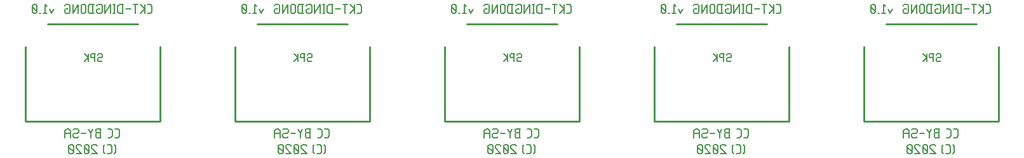
<source format=gbr>
G04 start of page 10 for group -4078 idx -4078 *
G04 Title: (unknown), bottomsilk *
G04 Creator: pcb 20140316 *
G04 CreationDate: Thu 20 Aug 2020 03:04:10 AM GMT UTC *
G04 For: railfan *
G04 Format: Gerber/RS-274X *
G04 PCB-Dimensions (mil): 5600.00 1200.00 *
G04 PCB-Coordinate-Origin: lower left *
%MOIN*%
%FSLAX25Y25*%
%LNBOTTOMSILK*%
%ADD57C,0.0100*%
%ADD56C,0.0060*%
G54D56*X198660Y101307D02*X200181D01*
X201000Y102126D02*X200181Y101307D01*
X201000Y102126D02*Y105168D01*
X200181Y105987D01*
X198660D02*X200181D01*
X197256Y101307D02*Y105987D01*
Y103647D02*X194916Y105987D01*
X197256Y103647D02*X194916Y101307D01*
X191172Y105987D02*X193512D01*
X192342Y101307D02*Y105987D01*
X187428Y103647D02*X189768D01*
X185439Y101307D02*Y105987D01*
X183918D02*X183099Y105168D01*
Y102126D02*Y105168D01*
X183918Y101307D02*X183099Y102126D01*
X183918Y101307D02*X186024D01*
X183918Y105987D02*X186024D01*
X180525D02*X181695D01*
X181110Y101307D02*Y105987D01*
X180525Y101307D02*X181695D01*
X179121D02*Y105987D01*
X176196Y101307D01*
Y105987D01*
X172452D02*X171867Y105402D01*
X172452Y105987D02*X174207D01*
X174792Y105402D02*X174207Y105987D01*
X174792Y101892D02*Y105402D01*
Y101892D02*X174207Y101307D01*
X172452D02*X174207D01*
X172452D02*X171867Y101892D01*
Y103062D01*
X172452Y103647D02*X171867Y103062D01*
X172452Y103647D02*X173622D01*
X169878Y101307D02*Y105987D01*
X168357D02*X167538Y105168D01*
Y102126D02*Y105168D01*
X168357Y101307D02*X167538Y102126D01*
X168357Y101307D02*X170463D01*
X168357Y105987D02*X170463D01*
X166134Y101892D02*Y105402D01*
X165549Y105987D01*
X164379D02*X165549D01*
X164379D02*X163794Y105402D01*
Y101892D02*Y105402D01*
X164379Y101307D02*X163794Y101892D01*
X164379Y101307D02*X165549D01*
X166134Y101892D02*X165549Y101307D01*
X162390D02*Y105987D01*
X159465Y101307D01*
Y105987D01*
X155721D02*X155136Y105402D01*
X155721Y105987D02*X157476D01*
X158061Y105402D02*X157476Y105987D01*
X158061Y101892D02*Y105402D01*
Y101892D02*X157476Y101307D01*
X155721D02*X157476D01*
X155721D02*X155136Y101892D01*
Y103062D01*
X155721Y103647D02*X155136Y103062D01*
X155721Y103647D02*X156891D01*
X149520D02*X148350Y101307D01*
X147180Y103647D02*X148350Y101307D01*
X145776Y105051D02*X144840Y105987D01*
Y101307D02*Y105987D01*
X144021Y101307D02*X145776D01*
X142032D02*X142617D01*
X140628Y101892D02*X140043Y101307D01*
X140628Y101892D02*Y105402D01*
X140043Y105987D01*
X138873D02*X140043D01*
X138873D02*X138288Y105402D01*
Y101892D02*Y105402D01*
X138873Y101307D02*X138288Y101892D01*
X138873Y101307D02*X140043D01*
X140628Y102477D02*X138288Y104817D01*
X181617Y35807D02*X183138D01*
X183957Y36626D02*X183138Y35807D01*
X183957Y36626D02*Y39668D01*
X183138Y40487D01*
X181617D02*X183138D01*
X177873Y35807D02*X179394D01*
X180213Y36626D02*X179394Y35807D01*
X180213Y36626D02*Y39668D01*
X179394Y40487D01*
X177873D02*X179394D01*
X172023Y35807D02*X174363D01*
X172023D02*X171438Y36392D01*
Y37796D01*
X172023Y38381D02*X171438Y37796D01*
X172023Y38381D02*X173778D01*
Y35807D02*Y40487D01*
X172023D02*X174363D01*
X172023D02*X171438Y39902D01*
Y38966D02*Y39902D01*
X172023Y38381D02*X171438Y38966D01*
X170034Y40487D02*X168864Y38147D01*
X167694Y40487D01*
X168864Y35807D02*Y38147D01*
X163950D02*X166290D01*
X160206Y40487D02*X159621Y39902D01*
X160206Y40487D02*X161961D01*
X162546Y39902D02*X161961Y40487D01*
X162546Y38732D02*Y39902D01*
Y38732D02*X161961Y38147D01*
X160206D02*X161961D01*
X160206D02*X159621Y37562D01*
Y36392D02*Y37562D01*
X160206Y35807D02*X159621Y36392D01*
X160206Y35807D02*X161961D01*
X162546Y36392D02*X161961Y35807D01*
X158217D02*Y39317D01*
X157398Y40487D01*
X156111D02*X157398D01*
X156111D02*X155292Y39317D01*
Y35807D02*Y39317D01*
Y38147D02*X158217D01*
X182000Y27892D02*X181415Y27307D01*
X182000Y31402D02*X181415Y31987D01*
X182000Y27892D02*Y31402D01*
X177671Y27307D02*X179192D01*
X180011Y28126D02*X179192Y27307D01*
X180011Y28126D02*Y31168D01*
X179192Y31987D01*
X177671D02*X179192D01*
X176267D02*X175682Y31402D01*
Y27892D02*Y31402D01*
X176267Y27307D02*X175682Y27892D01*
X172172Y31402D02*X171587Y31987D01*
X169832D02*X171587D01*
X169832D02*X169247Y31402D01*
Y30232D02*Y31402D01*
X172172Y27307D02*X169247Y30232D01*
Y27307D02*X172172D01*
X167843Y27892D02*X167258Y27307D01*
X167843Y27892D02*Y31402D01*
X167258Y31987D01*
X166088D02*X167258D01*
X166088D02*X165503Y31402D01*
Y27892D02*Y31402D01*
X166088Y27307D02*X165503Y27892D01*
X166088Y27307D02*X167258D01*
X167843Y28477D02*X165503Y30817D01*
X164099Y31402D02*X163514Y31987D01*
X161759D02*X163514D01*
X161759D02*X161174Y31402D01*
Y30232D02*Y31402D01*
X164099Y27307D02*X161174Y30232D01*
Y27307D02*X164099D01*
X159770Y27892D02*X159185Y27307D01*
X159770Y27892D02*Y31402D01*
X159185Y31987D01*
X158015D02*X159185D01*
X158015D02*X157430Y31402D01*
Y27892D02*Y31402D01*
X158015Y27307D02*X157430Y27892D01*
X158015Y27307D02*X159185D01*
X159770Y28477D02*X157430Y30817D01*
X308660Y101307D02*X310181D01*
X311000Y102126D02*X310181Y101307D01*
X311000Y102126D02*Y105168D01*
X310181Y105987D01*
X308660D02*X310181D01*
X307256Y101307D02*Y105987D01*
Y103647D02*X304916Y105987D01*
X307256Y103647D02*X304916Y101307D01*
X301172Y105987D02*X303512D01*
X302342Y101307D02*Y105987D01*
X297428Y103647D02*X299768D01*
X295439Y101307D02*Y105987D01*
X293918D02*X293099Y105168D01*
Y102126D02*Y105168D01*
X293918Y101307D02*X293099Y102126D01*
X293918Y101307D02*X296024D01*
X293918Y105987D02*X296024D01*
X290525D02*X291695D01*
X291110Y101307D02*Y105987D01*
X290525Y101307D02*X291695D01*
X289121D02*Y105987D01*
X286196Y101307D01*
Y105987D01*
X282452D02*X281867Y105402D01*
X282452Y105987D02*X284207D01*
X284792Y105402D02*X284207Y105987D01*
X284792Y101892D02*Y105402D01*
Y101892D02*X284207Y101307D01*
X282452D02*X284207D01*
X282452D02*X281867Y101892D01*
Y103062D01*
X282452Y103647D02*X281867Y103062D01*
X282452Y103647D02*X283622D01*
X279878Y101307D02*Y105987D01*
X278357D02*X277538Y105168D01*
Y102126D02*Y105168D01*
X278357Y101307D02*X277538Y102126D01*
X278357Y101307D02*X280463D01*
X278357Y105987D02*X280463D01*
X276134Y101892D02*Y105402D01*
X275549Y105987D01*
X274379D02*X275549D01*
X274379D02*X273794Y105402D01*
Y101892D02*Y105402D01*
X274379Y101307D02*X273794Y101892D01*
X274379Y101307D02*X275549D01*
X276134Y101892D02*X275549Y101307D01*
X272390D02*Y105987D01*
X269465Y101307D01*
Y105987D01*
X265721D02*X265136Y105402D01*
X265721Y105987D02*X267476D01*
X268061Y105402D02*X267476Y105987D01*
X268061Y101892D02*Y105402D01*
Y101892D02*X267476Y101307D01*
X265721D02*X267476D01*
X265721D02*X265136Y101892D01*
Y103062D01*
X265721Y103647D02*X265136Y103062D01*
X265721Y103647D02*X266891D01*
X259520D02*X258350Y101307D01*
X257180Y103647D02*X258350Y101307D01*
X255776Y105051D02*X254840Y105987D01*
Y101307D02*Y105987D01*
X254021Y101307D02*X255776D01*
X252032D02*X252617D01*
X250628Y101892D02*X250043Y101307D01*
X250628Y101892D02*Y105402D01*
X250043Y105987D01*
X248873D02*X250043D01*
X248873D02*X248288Y105402D01*
Y101892D02*Y105402D01*
X248873Y101307D02*X248288Y101892D01*
X248873Y101307D02*X250043D01*
X250628Y102477D02*X248288Y104817D01*
X291617Y35807D02*X293138D01*
X293957Y36626D02*X293138Y35807D01*
X293957Y36626D02*Y39668D01*
X293138Y40487D01*
X291617D02*X293138D01*
X287873Y35807D02*X289394D01*
X290213Y36626D02*X289394Y35807D01*
X290213Y36626D02*Y39668D01*
X289394Y40487D01*
X287873D02*X289394D01*
X282023Y35807D02*X284363D01*
X282023D02*X281438Y36392D01*
Y37796D01*
X282023Y38381D02*X281438Y37796D01*
X282023Y38381D02*X283778D01*
Y35807D02*Y40487D01*
X282023D02*X284363D01*
X282023D02*X281438Y39902D01*
Y38966D02*Y39902D01*
X282023Y38381D02*X281438Y38966D01*
X280034Y40487D02*X278864Y38147D01*
X277694Y40487D01*
X278864Y35807D02*Y38147D01*
X273950D02*X276290D01*
X270206Y40487D02*X269621Y39902D01*
X270206Y40487D02*X271961D01*
X272546Y39902D02*X271961Y40487D01*
X272546Y38732D02*Y39902D01*
Y38732D02*X271961Y38147D01*
X270206D02*X271961D01*
X270206D02*X269621Y37562D01*
Y36392D02*Y37562D01*
X270206Y35807D02*X269621Y36392D01*
X270206Y35807D02*X271961D01*
X272546Y36392D02*X271961Y35807D01*
X268217D02*Y39317D01*
X267398Y40487D01*
X266111D02*X267398D01*
X266111D02*X265292Y39317D01*
Y35807D02*Y39317D01*
Y38147D02*X268217D01*
X292000Y27892D02*X291415Y27307D01*
X292000Y31402D02*X291415Y31987D01*
X292000Y27892D02*Y31402D01*
X287671Y27307D02*X289192D01*
X290011Y28126D02*X289192Y27307D01*
X290011Y28126D02*Y31168D01*
X289192Y31987D01*
X287671D02*X289192D01*
X286267D02*X285682Y31402D01*
Y27892D02*Y31402D01*
X286267Y27307D02*X285682Y27892D01*
X282172Y31402D02*X281587Y31987D01*
X279832D02*X281587D01*
X279832D02*X279247Y31402D01*
Y30232D02*Y31402D01*
X282172Y27307D02*X279247Y30232D01*
Y27307D02*X282172D01*
X277843Y27892D02*X277258Y27307D01*
X277843Y27892D02*Y31402D01*
X277258Y31987D01*
X276088D02*X277258D01*
X276088D02*X275503Y31402D01*
Y27892D02*Y31402D01*
X276088Y27307D02*X275503Y27892D01*
X276088Y27307D02*X277258D01*
X277843Y28477D02*X275503Y30817D01*
X274099Y31402D02*X273514Y31987D01*
X271759D02*X273514D01*
X271759D02*X271174Y31402D01*
Y30232D02*Y31402D01*
X274099Y27307D02*X271174Y30232D01*
Y27307D02*X274099D01*
X269770Y27892D02*X269185Y27307D01*
X269770Y27892D02*Y31402D01*
X269185Y31987D01*
X268015D02*X269185D01*
X268015D02*X267430Y31402D01*
Y27892D02*Y31402D01*
X268015Y27307D02*X267430Y27892D01*
X268015Y27307D02*X269185D01*
X269770Y28477D02*X267430Y30817D01*
X88660Y101307D02*X90181D01*
X91000Y102126D02*X90181Y101307D01*
X91000Y102126D02*Y105168D01*
X90181Y105987D01*
X88660D02*X90181D01*
X87256Y101307D02*Y105987D01*
Y103647D02*X84916Y105987D01*
X87256Y103647D02*X84916Y101307D01*
X81172Y105987D02*X83512D01*
X82342Y101307D02*Y105987D01*
X77428Y103647D02*X79768D01*
X75439Y101307D02*Y105987D01*
X73918D02*X73099Y105168D01*
Y102126D02*Y105168D01*
X73918Y101307D02*X73099Y102126D01*
X73918Y101307D02*X76024D01*
X73918Y105987D02*X76024D01*
X70525D02*X71695D01*
X71110Y101307D02*Y105987D01*
X70525Y101307D02*X71695D01*
X69121D02*Y105987D01*
X66196Y101307D01*
Y105987D01*
X62452D02*X61867Y105402D01*
X62452Y105987D02*X64207D01*
X64792Y105402D02*X64207Y105987D01*
X64792Y101892D02*Y105402D01*
Y101892D02*X64207Y101307D01*
X62452D02*X64207D01*
X62452D02*X61867Y101892D01*
Y103062D01*
X62452Y103647D02*X61867Y103062D01*
X62452Y103647D02*X63622D01*
X59878Y101307D02*Y105987D01*
X58357D02*X57538Y105168D01*
Y102126D02*Y105168D01*
X58357Y101307D02*X57538Y102126D01*
X58357Y101307D02*X60463D01*
X58357Y105987D02*X60463D01*
X56134Y101892D02*Y105402D01*
X55549Y105987D01*
X54379D02*X55549D01*
X54379D02*X53794Y105402D01*
Y101892D02*Y105402D01*
X54379Y101307D02*X53794Y101892D01*
X54379Y101307D02*X55549D01*
X56134Y101892D02*X55549Y101307D01*
X52390D02*Y105987D01*
X49465Y101307D01*
Y105987D01*
X45721D02*X45136Y105402D01*
X45721Y105987D02*X47476D01*
X48061Y105402D02*X47476Y105987D01*
X48061Y101892D02*Y105402D01*
Y101892D02*X47476Y101307D01*
X45721D02*X47476D01*
X45721D02*X45136Y101892D01*
Y103062D01*
X45721Y103647D02*X45136Y103062D01*
X45721Y103647D02*X46891D01*
X39520D02*X38350Y101307D01*
X37180Y103647D02*X38350Y101307D01*
X35776Y105051D02*X34840Y105987D01*
Y101307D02*Y105987D01*
X34021Y101307D02*X35776D01*
X32032D02*X32617D01*
X30628Y101892D02*X30043Y101307D01*
X30628Y101892D02*Y105402D01*
X30043Y105987D01*
X28873D02*X30043D01*
X28873D02*X28288Y105402D01*
Y101892D02*Y105402D01*
X28873Y101307D02*X28288Y101892D01*
X28873Y101307D02*X30043D01*
X30628Y102477D02*X28288Y104817D01*
X71617Y35807D02*X73138D01*
X73957Y36626D02*X73138Y35807D01*
X73957Y36626D02*Y39668D01*
X73138Y40487D01*
X71617D02*X73138D01*
X67873Y35807D02*X69394D01*
X70213Y36626D02*X69394Y35807D01*
X70213Y36626D02*Y39668D01*
X69394Y40487D01*
X67873D02*X69394D01*
X62023Y35807D02*X64363D01*
X62023D02*X61438Y36392D01*
Y37796D01*
X62023Y38381D02*X61438Y37796D01*
X62023Y38381D02*X63778D01*
Y35807D02*Y40487D01*
X62023D02*X64363D01*
X62023D02*X61438Y39902D01*
Y38966D02*Y39902D01*
X62023Y38381D02*X61438Y38966D01*
X60034Y40487D02*X58864Y38147D01*
X57694Y40487D01*
X58864Y35807D02*Y38147D01*
X53950D02*X56290D01*
X50206Y40487D02*X49621Y39902D01*
X50206Y40487D02*X51961D01*
X52546Y39902D02*X51961Y40487D01*
X52546Y38732D02*Y39902D01*
Y38732D02*X51961Y38147D01*
X50206D02*X51961D01*
X50206D02*X49621Y37562D01*
Y36392D02*Y37562D01*
X50206Y35807D02*X49621Y36392D01*
X50206Y35807D02*X51961D01*
X52546Y36392D02*X51961Y35807D01*
X48217D02*Y39317D01*
X47398Y40487D01*
X46111D02*X47398D01*
X46111D02*X45292Y39317D01*
Y35807D02*Y39317D01*
Y38147D02*X48217D01*
X72000Y27892D02*X71415Y27307D01*
X72000Y31402D02*X71415Y31987D01*
X72000Y27892D02*Y31402D01*
X67671Y27307D02*X69192D01*
X70011Y28126D02*X69192Y27307D01*
X70011Y28126D02*Y31168D01*
X69192Y31987D01*
X67671D02*X69192D01*
X66267D02*X65682Y31402D01*
Y27892D02*Y31402D01*
X66267Y27307D02*X65682Y27892D01*
X62172Y31402D02*X61587Y31987D01*
X59832D02*X61587D01*
X59832D02*X59247Y31402D01*
Y30232D02*Y31402D01*
X62172Y27307D02*X59247Y30232D01*
Y27307D02*X62172D01*
X57843Y27892D02*X57258Y27307D01*
X57843Y27892D02*Y31402D01*
X57258Y31987D01*
X56088D02*X57258D01*
X56088D02*X55503Y31402D01*
Y27892D02*Y31402D01*
X56088Y27307D02*X55503Y27892D01*
X56088Y27307D02*X57258D01*
X57843Y28477D02*X55503Y30817D01*
X54099Y31402D02*X53514Y31987D01*
X51759D02*X53514D01*
X51759D02*X51174Y31402D01*
Y30232D02*Y31402D01*
X54099Y27307D02*X51174Y30232D01*
Y27307D02*X54099D01*
X49770Y27892D02*X49185Y27307D01*
X49770Y27892D02*Y31402D01*
X49185Y31987D01*
X48015D02*X49185D01*
X48015D02*X47430Y31402D01*
Y27892D02*Y31402D01*
X48015Y27307D02*X47430Y27892D01*
X48015Y27307D02*X49185D01*
X49770Y28477D02*X47430Y30817D01*
X418660Y101307D02*X420181D01*
X421000Y102126D02*X420181Y101307D01*
X421000Y102126D02*Y105168D01*
X420181Y105987D01*
X418660D02*X420181D01*
X417256Y101307D02*Y105987D01*
Y103647D02*X414916Y105987D01*
X417256Y103647D02*X414916Y101307D01*
X411172Y105987D02*X413512D01*
X412342Y101307D02*Y105987D01*
X407428Y103647D02*X409768D01*
X405439Y101307D02*Y105987D01*
X403918D02*X403099Y105168D01*
Y102126D02*Y105168D01*
X403918Y101307D02*X403099Y102126D01*
X403918Y101307D02*X406024D01*
X403918Y105987D02*X406024D01*
X400525D02*X401695D01*
X401110Y101307D02*Y105987D01*
X400525Y101307D02*X401695D01*
X399121D02*Y105987D01*
X396196Y101307D01*
Y105987D01*
X392452D02*X391867Y105402D01*
X392452Y105987D02*X394207D01*
X394792Y105402D02*X394207Y105987D01*
X394792Y101892D02*Y105402D01*
Y101892D02*X394207Y101307D01*
X392452D02*X394207D01*
X392452D02*X391867Y101892D01*
Y103062D01*
X392452Y103647D02*X391867Y103062D01*
X392452Y103647D02*X393622D01*
X389878Y101307D02*Y105987D01*
X388357D02*X387538Y105168D01*
Y102126D02*Y105168D01*
X388357Y101307D02*X387538Y102126D01*
X388357Y101307D02*X390463D01*
X388357Y105987D02*X390463D01*
X386134Y101892D02*Y105402D01*
X385549Y105987D01*
X384379D02*X385549D01*
X384379D02*X383794Y105402D01*
Y101892D02*Y105402D01*
X384379Y101307D02*X383794Y101892D01*
X384379Y101307D02*X385549D01*
X386134Y101892D02*X385549Y101307D01*
X382390D02*Y105987D01*
X379465Y101307D01*
Y105987D01*
X375721D02*X375136Y105402D01*
X375721Y105987D02*X377476D01*
X378061Y105402D02*X377476Y105987D01*
X378061Y101892D02*Y105402D01*
Y101892D02*X377476Y101307D01*
X375721D02*X377476D01*
X375721D02*X375136Y101892D01*
Y103062D01*
X375721Y103647D02*X375136Y103062D01*
X375721Y103647D02*X376891D01*
X369520D02*X368350Y101307D01*
X367180Y103647D02*X368350Y101307D01*
X365776Y105051D02*X364840Y105987D01*
Y101307D02*Y105987D01*
X364021Y101307D02*X365776D01*
X362032D02*X362617D01*
X360628Y101892D02*X360043Y101307D01*
X360628Y101892D02*Y105402D01*
X360043Y105987D01*
X358873D02*X360043D01*
X358873D02*X358288Y105402D01*
Y101892D02*Y105402D01*
X358873Y101307D02*X358288Y101892D01*
X358873Y101307D02*X360043D01*
X360628Y102477D02*X358288Y104817D01*
X401617Y35807D02*X403138D01*
X403957Y36626D02*X403138Y35807D01*
X403957Y36626D02*Y39668D01*
X403138Y40487D01*
X401617D02*X403138D01*
X397873Y35807D02*X399394D01*
X400213Y36626D02*X399394Y35807D01*
X400213Y36626D02*Y39668D01*
X399394Y40487D01*
X397873D02*X399394D01*
X392023Y35807D02*X394363D01*
X392023D02*X391438Y36392D01*
Y37796D01*
X392023Y38381D02*X391438Y37796D01*
X392023Y38381D02*X393778D01*
Y35807D02*Y40487D01*
X392023D02*X394363D01*
X392023D02*X391438Y39902D01*
Y38966D02*Y39902D01*
X392023Y38381D02*X391438Y38966D01*
X390034Y40487D02*X388864Y38147D01*
X387694Y40487D01*
X388864Y35807D02*Y38147D01*
X383950D02*X386290D01*
X380206Y40487D02*X379621Y39902D01*
X380206Y40487D02*X381961D01*
X382546Y39902D02*X381961Y40487D01*
X382546Y38732D02*Y39902D01*
Y38732D02*X381961Y38147D01*
X380206D02*X381961D01*
X380206D02*X379621Y37562D01*
Y36392D02*Y37562D01*
X380206Y35807D02*X379621Y36392D01*
X380206Y35807D02*X381961D01*
X382546Y36392D02*X381961Y35807D01*
X378217D02*Y39317D01*
X377398Y40487D01*
X376111D02*X377398D01*
X376111D02*X375292Y39317D01*
Y35807D02*Y39317D01*
Y38147D02*X378217D01*
X511617Y35807D02*X513138D01*
X513957Y36626D02*X513138Y35807D01*
X513957Y36626D02*Y39668D01*
X513138Y40487D01*
X511617D02*X513138D01*
X507873Y35807D02*X509394D01*
X510213Y36626D02*X509394Y35807D01*
X510213Y36626D02*Y39668D01*
X509394Y40487D01*
X507873D02*X509394D01*
X502023Y35807D02*X504363D01*
X502023D02*X501438Y36392D01*
Y37796D01*
X502023Y38381D02*X501438Y37796D01*
X502023Y38381D02*X503778D01*
Y35807D02*Y40487D01*
X502023D02*X504363D01*
X502023D02*X501438Y39902D01*
Y38966D02*Y39902D01*
X502023Y38381D02*X501438Y38966D01*
X500034Y40487D02*X498864Y38147D01*
X497694Y40487D01*
X498864Y35807D02*Y38147D01*
X493950D02*X496290D01*
X490206Y40487D02*X489621Y39902D01*
X490206Y40487D02*X491961D01*
X492546Y39902D02*X491961Y40487D01*
X492546Y38732D02*Y39902D01*
Y38732D02*X491961Y38147D01*
X490206D02*X491961D01*
X490206D02*X489621Y37562D01*
Y36392D02*Y37562D01*
X490206Y35807D02*X489621Y36392D01*
X490206Y35807D02*X491961D01*
X492546Y36392D02*X491961Y35807D01*
X488217D02*Y39317D01*
X487398Y40487D01*
X486111D02*X487398D01*
X486111D02*X485292Y39317D01*
Y35807D02*Y39317D01*
Y38147D02*X488217D01*
X402000Y27892D02*X401415Y27307D01*
X402000Y31402D02*X401415Y31987D01*
X402000Y27892D02*Y31402D01*
X397671Y27307D02*X399192D01*
X400011Y28126D02*X399192Y27307D01*
X400011Y28126D02*Y31168D01*
X399192Y31987D01*
X397671D02*X399192D01*
X396267D02*X395682Y31402D01*
Y27892D02*Y31402D01*
X396267Y27307D02*X395682Y27892D01*
X392172Y31402D02*X391587Y31987D01*
X389832D02*X391587D01*
X389832D02*X389247Y31402D01*
Y30232D02*Y31402D01*
X392172Y27307D02*X389247Y30232D01*
Y27307D02*X392172D01*
X387843Y27892D02*X387258Y27307D01*
X387843Y27892D02*Y31402D01*
X387258Y31987D01*
X386088D02*X387258D01*
X386088D02*X385503Y31402D01*
Y27892D02*Y31402D01*
X386088Y27307D02*X385503Y27892D01*
X386088Y27307D02*X387258D01*
X387843Y28477D02*X385503Y30817D01*
X384099Y31402D02*X383514Y31987D01*
X381759D02*X383514D01*
X381759D02*X381174Y31402D01*
Y30232D02*Y31402D01*
X384099Y27307D02*X381174Y30232D01*
Y27307D02*X384099D01*
X379770Y27892D02*X379185Y27307D01*
X379770Y27892D02*Y31402D01*
X379185Y31987D01*
X378015D02*X379185D01*
X378015D02*X377430Y31402D01*
Y27892D02*Y31402D01*
X378015Y27307D02*X377430Y27892D01*
X378015Y27307D02*X379185D01*
X379770Y28477D02*X377430Y30817D01*
X512000Y27892D02*X511415Y27307D01*
X512000Y31402D02*X511415Y31987D01*
X512000Y27892D02*Y31402D01*
X507671Y27307D02*X509192D01*
X510011Y28126D02*X509192Y27307D01*
X510011Y28126D02*Y31168D01*
X509192Y31987D01*
X507671D02*X509192D01*
X506267D02*X505682Y31402D01*
Y27892D02*Y31402D01*
X506267Y27307D02*X505682Y27892D01*
X502172Y31402D02*X501587Y31987D01*
X499832D02*X501587D01*
X499832D02*X499247Y31402D01*
Y30232D02*Y31402D01*
X502172Y27307D02*X499247Y30232D01*
Y27307D02*X502172D01*
X497843Y27892D02*X497258Y27307D01*
X497843Y27892D02*Y31402D01*
X497258Y31987D01*
X496088D02*X497258D01*
X496088D02*X495503Y31402D01*
Y27892D02*Y31402D01*
X496088Y27307D02*X495503Y27892D01*
X496088Y27307D02*X497258D01*
X497843Y28477D02*X495503Y30817D01*
X494099Y31402D02*X493514Y31987D01*
X491759D02*X493514D01*
X491759D02*X491174Y31402D01*
Y30232D02*Y31402D01*
X494099Y27307D02*X491174Y30232D01*
Y27307D02*X494099D01*
X489770Y27892D02*X489185Y27307D01*
X489770Y27892D02*Y31402D01*
X489185Y31987D01*
X488015D02*X489185D01*
X488015D02*X487430Y31402D01*
Y27892D02*Y31402D01*
X488015Y27307D02*X487430Y27892D01*
X488015Y27307D02*X489185D01*
X489770Y28477D02*X487430Y30817D01*
X528660Y101307D02*X530181D01*
X531000Y102126D02*X530181Y101307D01*
X531000Y102126D02*Y105168D01*
X530181Y105987D01*
X528660D02*X530181D01*
X527256Y101307D02*Y105987D01*
Y103647D02*X524916Y105987D01*
X527256Y103647D02*X524916Y101307D01*
X521172Y105987D02*X523512D01*
X522342Y101307D02*Y105987D01*
X517428Y103647D02*X519768D01*
X515439Y101307D02*Y105987D01*
X513918D02*X513099Y105168D01*
Y102126D02*Y105168D01*
X513918Y101307D02*X513099Y102126D01*
X513918Y101307D02*X516024D01*
X513918Y105987D02*X516024D01*
X510525D02*X511695D01*
X511110Y101307D02*Y105987D01*
X510525Y101307D02*X511695D01*
X509121D02*Y105987D01*
X506196Y101307D01*
Y105987D01*
X502452D02*X501867Y105402D01*
X502452Y105987D02*X504207D01*
X504792Y105402D02*X504207Y105987D01*
X504792Y101892D02*Y105402D01*
Y101892D02*X504207Y101307D01*
X502452D02*X504207D01*
X502452D02*X501867Y101892D01*
Y103062D01*
X502452Y103647D02*X501867Y103062D01*
X502452Y103647D02*X503622D01*
X499878Y101307D02*Y105987D01*
X498357D02*X497538Y105168D01*
Y102126D02*Y105168D01*
X498357Y101307D02*X497538Y102126D01*
X498357Y101307D02*X500463D01*
X498357Y105987D02*X500463D01*
X496134Y101892D02*Y105402D01*
X495549Y105987D01*
X494379D02*X495549D01*
X494379D02*X493794Y105402D01*
Y101892D02*Y105402D01*
X494379Y101307D02*X493794Y101892D01*
X494379Y101307D02*X495549D01*
X496134Y101892D02*X495549Y101307D01*
X492390D02*Y105987D01*
X489465Y101307D01*
Y105987D01*
X485721D02*X485136Y105402D01*
X485721Y105987D02*X487476D01*
X488061Y105402D02*X487476Y105987D01*
X488061Y101892D02*Y105402D01*
Y101892D02*X487476Y101307D01*
X485721D02*X487476D01*
X485721D02*X485136Y101892D01*
Y103062D01*
X485721Y103647D02*X485136Y103062D01*
X485721Y103647D02*X486891D01*
X479520D02*X478350Y101307D01*
X477180Y103647D02*X478350Y101307D01*
X475776Y105051D02*X474840Y105987D01*
Y101307D02*Y105987D01*
X474021Y101307D02*X475776D01*
X472032D02*X472617D01*
X470628Y101892D02*X470043Y101307D01*
X470628Y101892D02*Y105402D01*
X470043Y105987D01*
X468873D02*X470043D01*
X468873D02*X468288Y105402D01*
Y101892D02*Y105402D01*
X468873Y101307D02*X468288Y101892D01*
X468873Y101307D02*X470043D01*
X470628Y102477D02*X468288Y104817D01*
G54D57*X256378Y95591D02*X303622D01*
X244567Y83780D02*Y44409D01*
X315433D01*
Y83780D02*Y44409D01*
X366378Y95591D02*X413622D01*
X354567Y83780D02*Y44409D01*
X425433D01*
Y83780D02*Y44409D01*
X476378Y95591D02*X523622D01*
X464567Y83780D02*Y44409D01*
X535433D01*
Y83780D02*Y44409D01*
X36378Y95591D02*X83622D01*
X24567Y83780D02*Y44409D01*
X95433D01*
Y83780D02*Y44409D01*
X146378Y95591D02*X193622D01*
X134567Y83780D02*Y44409D01*
X205433D01*
Y83780D02*Y44409D01*
G54D56*X283000Y80000D02*X282500Y79500D01*
X283000Y80000D02*X284500D01*
X285000Y79500D02*X284500Y80000D01*
X285000Y78500D02*Y79500D01*
Y78500D02*X284500Y78000D01*
X283000D02*X284500D01*
X283000D02*X282500Y77500D01*
Y76500D02*Y77500D01*
X283000Y76000D02*X282500Y76500D01*
X283000Y76000D02*X284500D01*
X285000Y76500D02*X284500Y76000D01*
X280800D02*Y80000D01*
X279300D02*X281300D01*
X279300D02*X278800Y79500D01*
Y78500D02*Y79500D01*
X279300Y78000D02*X278800Y78500D01*
X279300Y78000D02*X280800D01*
X277600Y76000D02*Y80000D01*
Y78000D02*X275600Y80000D01*
X277600Y78000D02*X275600Y76000D01*
X393000Y80000D02*X392500Y79500D01*
X393000Y80000D02*X394500D01*
X395000Y79500D02*X394500Y80000D01*
X395000Y78500D02*Y79500D01*
Y78500D02*X394500Y78000D01*
X393000D02*X394500D01*
X393000D02*X392500Y77500D01*
Y76500D02*Y77500D01*
X393000Y76000D02*X392500Y76500D01*
X393000Y76000D02*X394500D01*
X395000Y76500D02*X394500Y76000D01*
X390800D02*Y80000D01*
X389300D02*X391300D01*
X389300D02*X388800Y79500D01*
Y78500D02*Y79500D01*
X389300Y78000D02*X388800Y78500D01*
X389300Y78000D02*X390800D01*
X387600Y76000D02*Y80000D01*
Y78000D02*X385600Y80000D01*
X387600Y78000D02*X385600Y76000D01*
X503000Y80000D02*X502500Y79500D01*
X503000Y80000D02*X504500D01*
X505000Y79500D02*X504500Y80000D01*
X505000Y78500D02*Y79500D01*
Y78500D02*X504500Y78000D01*
X503000D02*X504500D01*
X503000D02*X502500Y77500D01*
Y76500D02*Y77500D01*
X503000Y76000D02*X502500Y76500D01*
X503000Y76000D02*X504500D01*
X505000Y76500D02*X504500Y76000D01*
X500800D02*Y80000D01*
X499300D02*X501300D01*
X499300D02*X498800Y79500D01*
Y78500D02*Y79500D01*
X499300Y78000D02*X498800Y78500D01*
X499300Y78000D02*X500800D01*
X497600Y76000D02*Y80000D01*
Y78000D02*X495600Y80000D01*
X497600Y78000D02*X495600Y76000D01*
X63000Y80000D02*X62500Y79500D01*
X63000Y80000D02*X64500D01*
X65000Y79500D02*X64500Y80000D01*
X65000Y78500D02*Y79500D01*
Y78500D02*X64500Y78000D01*
X63000D02*X64500D01*
X63000D02*X62500Y77500D01*
Y76500D02*Y77500D01*
X63000Y76000D02*X62500Y76500D01*
X63000Y76000D02*X64500D01*
X65000Y76500D02*X64500Y76000D01*
X60800D02*Y80000D01*
X59300D02*X61300D01*
X59300D02*X58800Y79500D01*
Y78500D02*Y79500D01*
X59300Y78000D02*X58800Y78500D01*
X59300Y78000D02*X60800D01*
X57600Y76000D02*Y80000D01*
Y78000D02*X55600Y80000D01*
X57600Y78000D02*X55600Y76000D01*
X173000Y80000D02*X172500Y79500D01*
X173000Y80000D02*X174500D01*
X175000Y79500D02*X174500Y80000D01*
X175000Y78500D02*Y79500D01*
Y78500D02*X174500Y78000D01*
X173000D02*X174500D01*
X173000D02*X172500Y77500D01*
Y76500D02*Y77500D01*
X173000Y76000D02*X172500Y76500D01*
X173000Y76000D02*X174500D01*
X175000Y76500D02*X174500Y76000D01*
X170800D02*Y80000D01*
X169300D02*X171300D01*
X169300D02*X168800Y79500D01*
Y78500D02*Y79500D01*
X169300Y78000D02*X168800Y78500D01*
X169300Y78000D02*X170800D01*
X167600Y76000D02*Y80000D01*
Y78000D02*X165600Y80000D01*
X167600Y78000D02*X165600Y76000D01*
M02*

</source>
